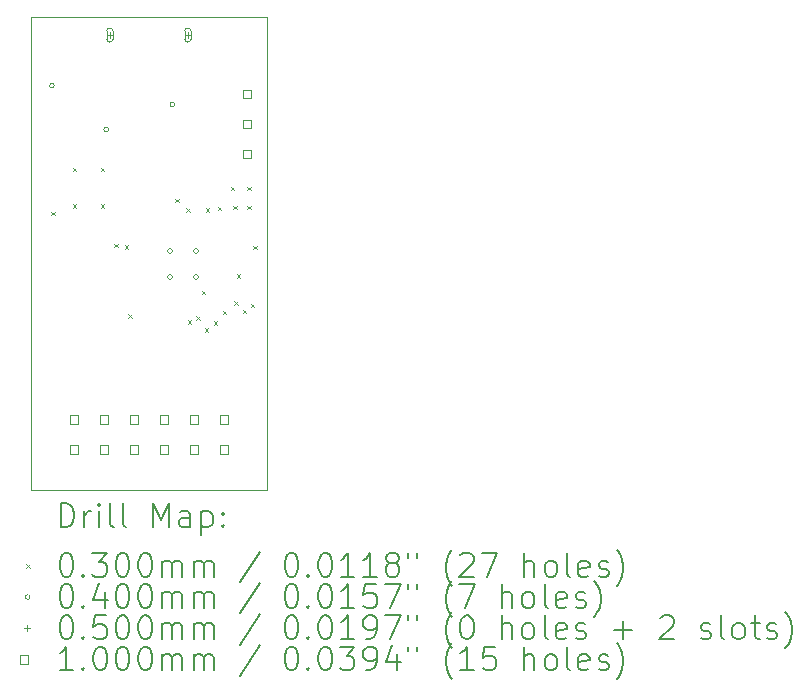
<source format=gbr>
%TF.GenerationSoftware,KiCad,Pcbnew,7.0.9-7.0.9~ubuntu22.04.1*%
%TF.CreationDate,2023-12-01T21:26:21+01:00*%
%TF.ProjectId,rp2040_pmod,72703230-3430-45f7-906d-6f642e6b6963,rev?*%
%TF.SameCoordinates,Original*%
%TF.FileFunction,Drillmap*%
%TF.FilePolarity,Positive*%
%FSLAX45Y45*%
G04 Gerber Fmt 4.5, Leading zero omitted, Abs format (unit mm)*
G04 Created by KiCad (PCBNEW 7.0.9-7.0.9~ubuntu22.04.1) date 2023-12-01 21:26:21*
%MOMM*%
%LPD*%
G01*
G04 APERTURE LIST*
%ADD10C,0.100000*%
%ADD11C,0.200000*%
G04 APERTURE END LIST*
D10*
X13000000Y-11000000D02*
X13000000Y-7000000D01*
X15000000Y-11000000D02*
X13000000Y-11000000D01*
X15000000Y-7000000D02*
X15000000Y-11000000D01*
X13000000Y-7000000D02*
X15000000Y-7000000D01*
D11*
D10*
X13175000Y-8645000D02*
X13205000Y-8675000D01*
X13205000Y-8645000D02*
X13175000Y-8675000D01*
X13355000Y-8275000D02*
X13385000Y-8305000D01*
X13385000Y-8275000D02*
X13355000Y-8305000D01*
X13355000Y-8585000D02*
X13385000Y-8615000D01*
X13385000Y-8585000D02*
X13355000Y-8615000D01*
X13595000Y-8275000D02*
X13625000Y-8305000D01*
X13625000Y-8275000D02*
X13595000Y-8305000D01*
X13595000Y-8585000D02*
X13625000Y-8615000D01*
X13625000Y-8585000D02*
X13595000Y-8615000D01*
X13707391Y-8917391D02*
X13737391Y-8947391D01*
X13737391Y-8917391D02*
X13707391Y-8947391D01*
X13796165Y-8929513D02*
X13826165Y-8959513D01*
X13826165Y-8929513D02*
X13796165Y-8959513D01*
X13825000Y-9515000D02*
X13855000Y-9545000D01*
X13855000Y-9515000D02*
X13825000Y-9545000D01*
X14224810Y-8535190D02*
X14254810Y-8565190D01*
X14254810Y-8535190D02*
X14224810Y-8565190D01*
X14318700Y-8615000D02*
X14348700Y-8645000D01*
X14348700Y-8615000D02*
X14318700Y-8645000D01*
X14330665Y-9565000D02*
X14360665Y-9595000D01*
X14360665Y-9565000D02*
X14330665Y-9595000D01*
X14403125Y-9531211D02*
X14433125Y-9561211D01*
X14433125Y-9531211D02*
X14403125Y-9561211D01*
X14447500Y-9315000D02*
X14477500Y-9345000D01*
X14477500Y-9315000D02*
X14447500Y-9345000D01*
X14473061Y-9630910D02*
X14503061Y-9660910D01*
X14503061Y-9630910D02*
X14473061Y-9660910D01*
X14483156Y-8614950D02*
X14513156Y-8644950D01*
X14513156Y-8614950D02*
X14483156Y-8644950D01*
X14551300Y-9575000D02*
X14581300Y-9605000D01*
X14581300Y-9575000D02*
X14551300Y-9605000D01*
X14585000Y-8605000D02*
X14615000Y-8635000D01*
X14615000Y-8605000D02*
X14585000Y-8635000D01*
X14625000Y-9485000D02*
X14655000Y-9515000D01*
X14655000Y-9485000D02*
X14625000Y-9515000D01*
X14695000Y-8435000D02*
X14725000Y-8465000D01*
X14725000Y-8435000D02*
X14695000Y-8465000D01*
X14715000Y-8595000D02*
X14745000Y-8625000D01*
X14745000Y-8595000D02*
X14715000Y-8625000D01*
X14725000Y-9405000D02*
X14755000Y-9435000D01*
X14755000Y-9405000D02*
X14725000Y-9435000D01*
X14745000Y-9175000D02*
X14775000Y-9205000D01*
X14775000Y-9175000D02*
X14745000Y-9205000D01*
X14795000Y-9475000D02*
X14825000Y-9505000D01*
X14825000Y-9475000D02*
X14795000Y-9505000D01*
X14835000Y-8435000D02*
X14865000Y-8465000D01*
X14865000Y-8435000D02*
X14835000Y-8465000D01*
X14835000Y-8595000D02*
X14865000Y-8625000D01*
X14865000Y-8595000D02*
X14835000Y-8625000D01*
X14865000Y-9425000D02*
X14895000Y-9455000D01*
X14895000Y-9425000D02*
X14865000Y-9455000D01*
X14885000Y-8935000D02*
X14915000Y-8965000D01*
X14915000Y-8935000D02*
X14885000Y-8965000D01*
X13200000Y-7580000D02*
G75*
G03*
X13200000Y-7580000I-20000J0D01*
G01*
X13660000Y-7950000D02*
G75*
G03*
X13660000Y-7950000I-20000J0D01*
G01*
X14200000Y-8980000D02*
G75*
G03*
X14200000Y-8980000I-20000J0D01*
G01*
X14200000Y-9200000D02*
G75*
G03*
X14200000Y-9200000I-20000J0D01*
G01*
X14220000Y-7740000D02*
G75*
G03*
X14220000Y-7740000I-20000J0D01*
G01*
X14420000Y-8980000D02*
G75*
G03*
X14420000Y-8980000I-20000J0D01*
G01*
X14420000Y-9200000D02*
G75*
G03*
X14420000Y-9200000I-20000J0D01*
G01*
X13670000Y-7125500D02*
X13670000Y-7175500D01*
X13645000Y-7150500D02*
X13695000Y-7150500D01*
X13645000Y-7115500D02*
X13645000Y-7185500D01*
X13645000Y-7185500D02*
G75*
G03*
X13695000Y-7185500I25000J0D01*
G01*
X13695000Y-7185500D02*
X13695000Y-7115500D01*
X13695000Y-7115500D02*
G75*
G03*
X13645000Y-7115500I-25000J0D01*
G01*
X14330000Y-7125500D02*
X14330000Y-7175500D01*
X14305000Y-7150500D02*
X14355000Y-7150500D01*
X14305000Y-7115500D02*
X14305000Y-7185500D01*
X14305000Y-7185500D02*
G75*
G03*
X14355000Y-7185500I25000J0D01*
G01*
X14355000Y-7185500D02*
X14355000Y-7115500D01*
X14355000Y-7115500D02*
G75*
G03*
X14305000Y-7115500I-25000J0D01*
G01*
X13400356Y-10441356D02*
X13400356Y-10370644D01*
X13329644Y-10370644D01*
X13329644Y-10441356D01*
X13400356Y-10441356D01*
X13400356Y-10695356D02*
X13400356Y-10624644D01*
X13329644Y-10624644D01*
X13329644Y-10695356D01*
X13400356Y-10695356D01*
X13654356Y-10441356D02*
X13654356Y-10370644D01*
X13583644Y-10370644D01*
X13583644Y-10441356D01*
X13654356Y-10441356D01*
X13654356Y-10695356D02*
X13654356Y-10624644D01*
X13583644Y-10624644D01*
X13583644Y-10695356D01*
X13654356Y-10695356D01*
X13908356Y-10441356D02*
X13908356Y-10370644D01*
X13837644Y-10370644D01*
X13837644Y-10441356D01*
X13908356Y-10441356D01*
X13908356Y-10695356D02*
X13908356Y-10624644D01*
X13837644Y-10624644D01*
X13837644Y-10695356D01*
X13908356Y-10695356D01*
X14162356Y-10441356D02*
X14162356Y-10370644D01*
X14091644Y-10370644D01*
X14091644Y-10441356D01*
X14162356Y-10441356D01*
X14162356Y-10695356D02*
X14162356Y-10624644D01*
X14091644Y-10624644D01*
X14091644Y-10695356D01*
X14162356Y-10695356D01*
X14416356Y-10441356D02*
X14416356Y-10370644D01*
X14345644Y-10370644D01*
X14345644Y-10441356D01*
X14416356Y-10441356D01*
X14416356Y-10695356D02*
X14416356Y-10624644D01*
X14345644Y-10624644D01*
X14345644Y-10695356D01*
X14416356Y-10695356D01*
X14670356Y-10441356D02*
X14670356Y-10370644D01*
X14599644Y-10370644D01*
X14599644Y-10441356D01*
X14670356Y-10441356D01*
X14670356Y-10695356D02*
X14670356Y-10624644D01*
X14599644Y-10624644D01*
X14599644Y-10695356D01*
X14670356Y-10695356D01*
X14865356Y-7687356D02*
X14865356Y-7616644D01*
X14794644Y-7616644D01*
X14794644Y-7687356D01*
X14865356Y-7687356D01*
X14865356Y-7941356D02*
X14865356Y-7870644D01*
X14794644Y-7870644D01*
X14794644Y-7941356D01*
X14865356Y-7941356D01*
X14865356Y-8195356D02*
X14865356Y-8124644D01*
X14794644Y-8124644D01*
X14794644Y-8195356D01*
X14865356Y-8195356D01*
D11*
X13255777Y-11316484D02*
X13255777Y-11116484D01*
X13255777Y-11116484D02*
X13303396Y-11116484D01*
X13303396Y-11116484D02*
X13331967Y-11126008D01*
X13331967Y-11126008D02*
X13351015Y-11145055D01*
X13351015Y-11145055D02*
X13360539Y-11164103D01*
X13360539Y-11164103D02*
X13370062Y-11202198D01*
X13370062Y-11202198D02*
X13370062Y-11230769D01*
X13370062Y-11230769D02*
X13360539Y-11268865D01*
X13360539Y-11268865D02*
X13351015Y-11287912D01*
X13351015Y-11287912D02*
X13331967Y-11306960D01*
X13331967Y-11306960D02*
X13303396Y-11316484D01*
X13303396Y-11316484D02*
X13255777Y-11316484D01*
X13455777Y-11316484D02*
X13455777Y-11183150D01*
X13455777Y-11221246D02*
X13465301Y-11202198D01*
X13465301Y-11202198D02*
X13474824Y-11192674D01*
X13474824Y-11192674D02*
X13493872Y-11183150D01*
X13493872Y-11183150D02*
X13512920Y-11183150D01*
X13579586Y-11316484D02*
X13579586Y-11183150D01*
X13579586Y-11116484D02*
X13570062Y-11126008D01*
X13570062Y-11126008D02*
X13579586Y-11135531D01*
X13579586Y-11135531D02*
X13589110Y-11126008D01*
X13589110Y-11126008D02*
X13579586Y-11116484D01*
X13579586Y-11116484D02*
X13579586Y-11135531D01*
X13703396Y-11316484D02*
X13684348Y-11306960D01*
X13684348Y-11306960D02*
X13674824Y-11287912D01*
X13674824Y-11287912D02*
X13674824Y-11116484D01*
X13808158Y-11316484D02*
X13789110Y-11306960D01*
X13789110Y-11306960D02*
X13779586Y-11287912D01*
X13779586Y-11287912D02*
X13779586Y-11116484D01*
X14036729Y-11316484D02*
X14036729Y-11116484D01*
X14036729Y-11116484D02*
X14103396Y-11259341D01*
X14103396Y-11259341D02*
X14170062Y-11116484D01*
X14170062Y-11116484D02*
X14170062Y-11316484D01*
X14351015Y-11316484D02*
X14351015Y-11211722D01*
X14351015Y-11211722D02*
X14341491Y-11192674D01*
X14341491Y-11192674D02*
X14322443Y-11183150D01*
X14322443Y-11183150D02*
X14284348Y-11183150D01*
X14284348Y-11183150D02*
X14265301Y-11192674D01*
X14351015Y-11306960D02*
X14331967Y-11316484D01*
X14331967Y-11316484D02*
X14284348Y-11316484D01*
X14284348Y-11316484D02*
X14265301Y-11306960D01*
X14265301Y-11306960D02*
X14255777Y-11287912D01*
X14255777Y-11287912D02*
X14255777Y-11268865D01*
X14255777Y-11268865D02*
X14265301Y-11249817D01*
X14265301Y-11249817D02*
X14284348Y-11240293D01*
X14284348Y-11240293D02*
X14331967Y-11240293D01*
X14331967Y-11240293D02*
X14351015Y-11230769D01*
X14446253Y-11183150D02*
X14446253Y-11383150D01*
X14446253Y-11192674D02*
X14465301Y-11183150D01*
X14465301Y-11183150D02*
X14503396Y-11183150D01*
X14503396Y-11183150D02*
X14522443Y-11192674D01*
X14522443Y-11192674D02*
X14531967Y-11202198D01*
X14531967Y-11202198D02*
X14541491Y-11221246D01*
X14541491Y-11221246D02*
X14541491Y-11278388D01*
X14541491Y-11278388D02*
X14531967Y-11297436D01*
X14531967Y-11297436D02*
X14522443Y-11306960D01*
X14522443Y-11306960D02*
X14503396Y-11316484D01*
X14503396Y-11316484D02*
X14465301Y-11316484D01*
X14465301Y-11316484D02*
X14446253Y-11306960D01*
X14627205Y-11297436D02*
X14636729Y-11306960D01*
X14636729Y-11306960D02*
X14627205Y-11316484D01*
X14627205Y-11316484D02*
X14617682Y-11306960D01*
X14617682Y-11306960D02*
X14627205Y-11297436D01*
X14627205Y-11297436D02*
X14627205Y-11316484D01*
X14627205Y-11192674D02*
X14636729Y-11202198D01*
X14636729Y-11202198D02*
X14627205Y-11211722D01*
X14627205Y-11211722D02*
X14617682Y-11202198D01*
X14617682Y-11202198D02*
X14627205Y-11192674D01*
X14627205Y-11192674D02*
X14627205Y-11211722D01*
D10*
X12965000Y-11630000D02*
X12995000Y-11660000D01*
X12995000Y-11630000D02*
X12965000Y-11660000D01*
D11*
X13293872Y-11536484D02*
X13312920Y-11536484D01*
X13312920Y-11536484D02*
X13331967Y-11546008D01*
X13331967Y-11546008D02*
X13341491Y-11555531D01*
X13341491Y-11555531D02*
X13351015Y-11574579D01*
X13351015Y-11574579D02*
X13360539Y-11612674D01*
X13360539Y-11612674D02*
X13360539Y-11660293D01*
X13360539Y-11660293D02*
X13351015Y-11698388D01*
X13351015Y-11698388D02*
X13341491Y-11717436D01*
X13341491Y-11717436D02*
X13331967Y-11726960D01*
X13331967Y-11726960D02*
X13312920Y-11736484D01*
X13312920Y-11736484D02*
X13293872Y-11736484D01*
X13293872Y-11736484D02*
X13274824Y-11726960D01*
X13274824Y-11726960D02*
X13265301Y-11717436D01*
X13265301Y-11717436D02*
X13255777Y-11698388D01*
X13255777Y-11698388D02*
X13246253Y-11660293D01*
X13246253Y-11660293D02*
X13246253Y-11612674D01*
X13246253Y-11612674D02*
X13255777Y-11574579D01*
X13255777Y-11574579D02*
X13265301Y-11555531D01*
X13265301Y-11555531D02*
X13274824Y-11546008D01*
X13274824Y-11546008D02*
X13293872Y-11536484D01*
X13446253Y-11717436D02*
X13455777Y-11726960D01*
X13455777Y-11726960D02*
X13446253Y-11736484D01*
X13446253Y-11736484D02*
X13436729Y-11726960D01*
X13436729Y-11726960D02*
X13446253Y-11717436D01*
X13446253Y-11717436D02*
X13446253Y-11736484D01*
X13522443Y-11536484D02*
X13646253Y-11536484D01*
X13646253Y-11536484D02*
X13579586Y-11612674D01*
X13579586Y-11612674D02*
X13608158Y-11612674D01*
X13608158Y-11612674D02*
X13627205Y-11622198D01*
X13627205Y-11622198D02*
X13636729Y-11631722D01*
X13636729Y-11631722D02*
X13646253Y-11650769D01*
X13646253Y-11650769D02*
X13646253Y-11698388D01*
X13646253Y-11698388D02*
X13636729Y-11717436D01*
X13636729Y-11717436D02*
X13627205Y-11726960D01*
X13627205Y-11726960D02*
X13608158Y-11736484D01*
X13608158Y-11736484D02*
X13551015Y-11736484D01*
X13551015Y-11736484D02*
X13531967Y-11726960D01*
X13531967Y-11726960D02*
X13522443Y-11717436D01*
X13770062Y-11536484D02*
X13789110Y-11536484D01*
X13789110Y-11536484D02*
X13808158Y-11546008D01*
X13808158Y-11546008D02*
X13817682Y-11555531D01*
X13817682Y-11555531D02*
X13827205Y-11574579D01*
X13827205Y-11574579D02*
X13836729Y-11612674D01*
X13836729Y-11612674D02*
X13836729Y-11660293D01*
X13836729Y-11660293D02*
X13827205Y-11698388D01*
X13827205Y-11698388D02*
X13817682Y-11717436D01*
X13817682Y-11717436D02*
X13808158Y-11726960D01*
X13808158Y-11726960D02*
X13789110Y-11736484D01*
X13789110Y-11736484D02*
X13770062Y-11736484D01*
X13770062Y-11736484D02*
X13751015Y-11726960D01*
X13751015Y-11726960D02*
X13741491Y-11717436D01*
X13741491Y-11717436D02*
X13731967Y-11698388D01*
X13731967Y-11698388D02*
X13722443Y-11660293D01*
X13722443Y-11660293D02*
X13722443Y-11612674D01*
X13722443Y-11612674D02*
X13731967Y-11574579D01*
X13731967Y-11574579D02*
X13741491Y-11555531D01*
X13741491Y-11555531D02*
X13751015Y-11546008D01*
X13751015Y-11546008D02*
X13770062Y-11536484D01*
X13960539Y-11536484D02*
X13979586Y-11536484D01*
X13979586Y-11536484D02*
X13998634Y-11546008D01*
X13998634Y-11546008D02*
X14008158Y-11555531D01*
X14008158Y-11555531D02*
X14017682Y-11574579D01*
X14017682Y-11574579D02*
X14027205Y-11612674D01*
X14027205Y-11612674D02*
X14027205Y-11660293D01*
X14027205Y-11660293D02*
X14017682Y-11698388D01*
X14017682Y-11698388D02*
X14008158Y-11717436D01*
X14008158Y-11717436D02*
X13998634Y-11726960D01*
X13998634Y-11726960D02*
X13979586Y-11736484D01*
X13979586Y-11736484D02*
X13960539Y-11736484D01*
X13960539Y-11736484D02*
X13941491Y-11726960D01*
X13941491Y-11726960D02*
X13931967Y-11717436D01*
X13931967Y-11717436D02*
X13922443Y-11698388D01*
X13922443Y-11698388D02*
X13912920Y-11660293D01*
X13912920Y-11660293D02*
X13912920Y-11612674D01*
X13912920Y-11612674D02*
X13922443Y-11574579D01*
X13922443Y-11574579D02*
X13931967Y-11555531D01*
X13931967Y-11555531D02*
X13941491Y-11546008D01*
X13941491Y-11546008D02*
X13960539Y-11536484D01*
X14112920Y-11736484D02*
X14112920Y-11603150D01*
X14112920Y-11622198D02*
X14122443Y-11612674D01*
X14122443Y-11612674D02*
X14141491Y-11603150D01*
X14141491Y-11603150D02*
X14170063Y-11603150D01*
X14170063Y-11603150D02*
X14189110Y-11612674D01*
X14189110Y-11612674D02*
X14198634Y-11631722D01*
X14198634Y-11631722D02*
X14198634Y-11736484D01*
X14198634Y-11631722D02*
X14208158Y-11612674D01*
X14208158Y-11612674D02*
X14227205Y-11603150D01*
X14227205Y-11603150D02*
X14255777Y-11603150D01*
X14255777Y-11603150D02*
X14274824Y-11612674D01*
X14274824Y-11612674D02*
X14284348Y-11631722D01*
X14284348Y-11631722D02*
X14284348Y-11736484D01*
X14379586Y-11736484D02*
X14379586Y-11603150D01*
X14379586Y-11622198D02*
X14389110Y-11612674D01*
X14389110Y-11612674D02*
X14408158Y-11603150D01*
X14408158Y-11603150D02*
X14436729Y-11603150D01*
X14436729Y-11603150D02*
X14455777Y-11612674D01*
X14455777Y-11612674D02*
X14465301Y-11631722D01*
X14465301Y-11631722D02*
X14465301Y-11736484D01*
X14465301Y-11631722D02*
X14474824Y-11612674D01*
X14474824Y-11612674D02*
X14493872Y-11603150D01*
X14493872Y-11603150D02*
X14522443Y-11603150D01*
X14522443Y-11603150D02*
X14541491Y-11612674D01*
X14541491Y-11612674D02*
X14551015Y-11631722D01*
X14551015Y-11631722D02*
X14551015Y-11736484D01*
X14941491Y-11526960D02*
X14770063Y-11784103D01*
X15198634Y-11536484D02*
X15217682Y-11536484D01*
X15217682Y-11536484D02*
X15236729Y-11546008D01*
X15236729Y-11546008D02*
X15246253Y-11555531D01*
X15246253Y-11555531D02*
X15255777Y-11574579D01*
X15255777Y-11574579D02*
X15265301Y-11612674D01*
X15265301Y-11612674D02*
X15265301Y-11660293D01*
X15265301Y-11660293D02*
X15255777Y-11698388D01*
X15255777Y-11698388D02*
X15246253Y-11717436D01*
X15246253Y-11717436D02*
X15236729Y-11726960D01*
X15236729Y-11726960D02*
X15217682Y-11736484D01*
X15217682Y-11736484D02*
X15198634Y-11736484D01*
X15198634Y-11736484D02*
X15179586Y-11726960D01*
X15179586Y-11726960D02*
X15170063Y-11717436D01*
X15170063Y-11717436D02*
X15160539Y-11698388D01*
X15160539Y-11698388D02*
X15151015Y-11660293D01*
X15151015Y-11660293D02*
X15151015Y-11612674D01*
X15151015Y-11612674D02*
X15160539Y-11574579D01*
X15160539Y-11574579D02*
X15170063Y-11555531D01*
X15170063Y-11555531D02*
X15179586Y-11546008D01*
X15179586Y-11546008D02*
X15198634Y-11536484D01*
X15351015Y-11717436D02*
X15360539Y-11726960D01*
X15360539Y-11726960D02*
X15351015Y-11736484D01*
X15351015Y-11736484D02*
X15341491Y-11726960D01*
X15341491Y-11726960D02*
X15351015Y-11717436D01*
X15351015Y-11717436D02*
X15351015Y-11736484D01*
X15484348Y-11536484D02*
X15503396Y-11536484D01*
X15503396Y-11536484D02*
X15522444Y-11546008D01*
X15522444Y-11546008D02*
X15531967Y-11555531D01*
X15531967Y-11555531D02*
X15541491Y-11574579D01*
X15541491Y-11574579D02*
X15551015Y-11612674D01*
X15551015Y-11612674D02*
X15551015Y-11660293D01*
X15551015Y-11660293D02*
X15541491Y-11698388D01*
X15541491Y-11698388D02*
X15531967Y-11717436D01*
X15531967Y-11717436D02*
X15522444Y-11726960D01*
X15522444Y-11726960D02*
X15503396Y-11736484D01*
X15503396Y-11736484D02*
X15484348Y-11736484D01*
X15484348Y-11736484D02*
X15465301Y-11726960D01*
X15465301Y-11726960D02*
X15455777Y-11717436D01*
X15455777Y-11717436D02*
X15446253Y-11698388D01*
X15446253Y-11698388D02*
X15436729Y-11660293D01*
X15436729Y-11660293D02*
X15436729Y-11612674D01*
X15436729Y-11612674D02*
X15446253Y-11574579D01*
X15446253Y-11574579D02*
X15455777Y-11555531D01*
X15455777Y-11555531D02*
X15465301Y-11546008D01*
X15465301Y-11546008D02*
X15484348Y-11536484D01*
X15741491Y-11736484D02*
X15627206Y-11736484D01*
X15684348Y-11736484D02*
X15684348Y-11536484D01*
X15684348Y-11536484D02*
X15665301Y-11565055D01*
X15665301Y-11565055D02*
X15646253Y-11584103D01*
X15646253Y-11584103D02*
X15627206Y-11593627D01*
X15931967Y-11736484D02*
X15817682Y-11736484D01*
X15874825Y-11736484D02*
X15874825Y-11536484D01*
X15874825Y-11536484D02*
X15855777Y-11565055D01*
X15855777Y-11565055D02*
X15836729Y-11584103D01*
X15836729Y-11584103D02*
X15817682Y-11593627D01*
X16046253Y-11622198D02*
X16027206Y-11612674D01*
X16027206Y-11612674D02*
X16017682Y-11603150D01*
X16017682Y-11603150D02*
X16008158Y-11584103D01*
X16008158Y-11584103D02*
X16008158Y-11574579D01*
X16008158Y-11574579D02*
X16017682Y-11555531D01*
X16017682Y-11555531D02*
X16027206Y-11546008D01*
X16027206Y-11546008D02*
X16046253Y-11536484D01*
X16046253Y-11536484D02*
X16084348Y-11536484D01*
X16084348Y-11536484D02*
X16103396Y-11546008D01*
X16103396Y-11546008D02*
X16112920Y-11555531D01*
X16112920Y-11555531D02*
X16122444Y-11574579D01*
X16122444Y-11574579D02*
X16122444Y-11584103D01*
X16122444Y-11584103D02*
X16112920Y-11603150D01*
X16112920Y-11603150D02*
X16103396Y-11612674D01*
X16103396Y-11612674D02*
X16084348Y-11622198D01*
X16084348Y-11622198D02*
X16046253Y-11622198D01*
X16046253Y-11622198D02*
X16027206Y-11631722D01*
X16027206Y-11631722D02*
X16017682Y-11641246D01*
X16017682Y-11641246D02*
X16008158Y-11660293D01*
X16008158Y-11660293D02*
X16008158Y-11698388D01*
X16008158Y-11698388D02*
X16017682Y-11717436D01*
X16017682Y-11717436D02*
X16027206Y-11726960D01*
X16027206Y-11726960D02*
X16046253Y-11736484D01*
X16046253Y-11736484D02*
X16084348Y-11736484D01*
X16084348Y-11736484D02*
X16103396Y-11726960D01*
X16103396Y-11726960D02*
X16112920Y-11717436D01*
X16112920Y-11717436D02*
X16122444Y-11698388D01*
X16122444Y-11698388D02*
X16122444Y-11660293D01*
X16122444Y-11660293D02*
X16112920Y-11641246D01*
X16112920Y-11641246D02*
X16103396Y-11631722D01*
X16103396Y-11631722D02*
X16084348Y-11622198D01*
X16198634Y-11536484D02*
X16198634Y-11574579D01*
X16274825Y-11536484D02*
X16274825Y-11574579D01*
X16570063Y-11812674D02*
X16560539Y-11803150D01*
X16560539Y-11803150D02*
X16541491Y-11774579D01*
X16541491Y-11774579D02*
X16531968Y-11755531D01*
X16531968Y-11755531D02*
X16522444Y-11726960D01*
X16522444Y-11726960D02*
X16512920Y-11679341D01*
X16512920Y-11679341D02*
X16512920Y-11641246D01*
X16512920Y-11641246D02*
X16522444Y-11593627D01*
X16522444Y-11593627D02*
X16531968Y-11565055D01*
X16531968Y-11565055D02*
X16541491Y-11546008D01*
X16541491Y-11546008D02*
X16560539Y-11517436D01*
X16560539Y-11517436D02*
X16570063Y-11507912D01*
X16636729Y-11555531D02*
X16646253Y-11546008D01*
X16646253Y-11546008D02*
X16665301Y-11536484D01*
X16665301Y-11536484D02*
X16712920Y-11536484D01*
X16712920Y-11536484D02*
X16731968Y-11546008D01*
X16731968Y-11546008D02*
X16741491Y-11555531D01*
X16741491Y-11555531D02*
X16751015Y-11574579D01*
X16751015Y-11574579D02*
X16751015Y-11593627D01*
X16751015Y-11593627D02*
X16741491Y-11622198D01*
X16741491Y-11622198D02*
X16627206Y-11736484D01*
X16627206Y-11736484D02*
X16751015Y-11736484D01*
X16817682Y-11536484D02*
X16951015Y-11536484D01*
X16951015Y-11536484D02*
X16865301Y-11736484D01*
X17179587Y-11736484D02*
X17179587Y-11536484D01*
X17265301Y-11736484D02*
X17265301Y-11631722D01*
X17265301Y-11631722D02*
X17255777Y-11612674D01*
X17255777Y-11612674D02*
X17236730Y-11603150D01*
X17236730Y-11603150D02*
X17208158Y-11603150D01*
X17208158Y-11603150D02*
X17189111Y-11612674D01*
X17189111Y-11612674D02*
X17179587Y-11622198D01*
X17389111Y-11736484D02*
X17370063Y-11726960D01*
X17370063Y-11726960D02*
X17360539Y-11717436D01*
X17360539Y-11717436D02*
X17351015Y-11698388D01*
X17351015Y-11698388D02*
X17351015Y-11641246D01*
X17351015Y-11641246D02*
X17360539Y-11622198D01*
X17360539Y-11622198D02*
X17370063Y-11612674D01*
X17370063Y-11612674D02*
X17389111Y-11603150D01*
X17389111Y-11603150D02*
X17417682Y-11603150D01*
X17417682Y-11603150D02*
X17436730Y-11612674D01*
X17436730Y-11612674D02*
X17446253Y-11622198D01*
X17446253Y-11622198D02*
X17455777Y-11641246D01*
X17455777Y-11641246D02*
X17455777Y-11698388D01*
X17455777Y-11698388D02*
X17446253Y-11717436D01*
X17446253Y-11717436D02*
X17436730Y-11726960D01*
X17436730Y-11726960D02*
X17417682Y-11736484D01*
X17417682Y-11736484D02*
X17389111Y-11736484D01*
X17570063Y-11736484D02*
X17551015Y-11726960D01*
X17551015Y-11726960D02*
X17541492Y-11707912D01*
X17541492Y-11707912D02*
X17541492Y-11536484D01*
X17722444Y-11726960D02*
X17703396Y-11736484D01*
X17703396Y-11736484D02*
X17665301Y-11736484D01*
X17665301Y-11736484D02*
X17646253Y-11726960D01*
X17646253Y-11726960D02*
X17636730Y-11707912D01*
X17636730Y-11707912D02*
X17636730Y-11631722D01*
X17636730Y-11631722D02*
X17646253Y-11612674D01*
X17646253Y-11612674D02*
X17665301Y-11603150D01*
X17665301Y-11603150D02*
X17703396Y-11603150D01*
X17703396Y-11603150D02*
X17722444Y-11612674D01*
X17722444Y-11612674D02*
X17731968Y-11631722D01*
X17731968Y-11631722D02*
X17731968Y-11650769D01*
X17731968Y-11650769D02*
X17636730Y-11669817D01*
X17808158Y-11726960D02*
X17827206Y-11736484D01*
X17827206Y-11736484D02*
X17865301Y-11736484D01*
X17865301Y-11736484D02*
X17884349Y-11726960D01*
X17884349Y-11726960D02*
X17893873Y-11707912D01*
X17893873Y-11707912D02*
X17893873Y-11698388D01*
X17893873Y-11698388D02*
X17884349Y-11679341D01*
X17884349Y-11679341D02*
X17865301Y-11669817D01*
X17865301Y-11669817D02*
X17836730Y-11669817D01*
X17836730Y-11669817D02*
X17817682Y-11660293D01*
X17817682Y-11660293D02*
X17808158Y-11641246D01*
X17808158Y-11641246D02*
X17808158Y-11631722D01*
X17808158Y-11631722D02*
X17817682Y-11612674D01*
X17817682Y-11612674D02*
X17836730Y-11603150D01*
X17836730Y-11603150D02*
X17865301Y-11603150D01*
X17865301Y-11603150D02*
X17884349Y-11612674D01*
X17960539Y-11812674D02*
X17970063Y-11803150D01*
X17970063Y-11803150D02*
X17989111Y-11774579D01*
X17989111Y-11774579D02*
X17998634Y-11755531D01*
X17998634Y-11755531D02*
X18008158Y-11726960D01*
X18008158Y-11726960D02*
X18017682Y-11679341D01*
X18017682Y-11679341D02*
X18017682Y-11641246D01*
X18017682Y-11641246D02*
X18008158Y-11593627D01*
X18008158Y-11593627D02*
X17998634Y-11565055D01*
X17998634Y-11565055D02*
X17989111Y-11546008D01*
X17989111Y-11546008D02*
X17970063Y-11517436D01*
X17970063Y-11517436D02*
X17960539Y-11507912D01*
D10*
X12995000Y-11909000D02*
G75*
G03*
X12995000Y-11909000I-20000J0D01*
G01*
D11*
X13293872Y-11800484D02*
X13312920Y-11800484D01*
X13312920Y-11800484D02*
X13331967Y-11810008D01*
X13331967Y-11810008D02*
X13341491Y-11819531D01*
X13341491Y-11819531D02*
X13351015Y-11838579D01*
X13351015Y-11838579D02*
X13360539Y-11876674D01*
X13360539Y-11876674D02*
X13360539Y-11924293D01*
X13360539Y-11924293D02*
X13351015Y-11962388D01*
X13351015Y-11962388D02*
X13341491Y-11981436D01*
X13341491Y-11981436D02*
X13331967Y-11990960D01*
X13331967Y-11990960D02*
X13312920Y-12000484D01*
X13312920Y-12000484D02*
X13293872Y-12000484D01*
X13293872Y-12000484D02*
X13274824Y-11990960D01*
X13274824Y-11990960D02*
X13265301Y-11981436D01*
X13265301Y-11981436D02*
X13255777Y-11962388D01*
X13255777Y-11962388D02*
X13246253Y-11924293D01*
X13246253Y-11924293D02*
X13246253Y-11876674D01*
X13246253Y-11876674D02*
X13255777Y-11838579D01*
X13255777Y-11838579D02*
X13265301Y-11819531D01*
X13265301Y-11819531D02*
X13274824Y-11810008D01*
X13274824Y-11810008D02*
X13293872Y-11800484D01*
X13446253Y-11981436D02*
X13455777Y-11990960D01*
X13455777Y-11990960D02*
X13446253Y-12000484D01*
X13446253Y-12000484D02*
X13436729Y-11990960D01*
X13436729Y-11990960D02*
X13446253Y-11981436D01*
X13446253Y-11981436D02*
X13446253Y-12000484D01*
X13627205Y-11867150D02*
X13627205Y-12000484D01*
X13579586Y-11790960D02*
X13531967Y-11933817D01*
X13531967Y-11933817D02*
X13655777Y-11933817D01*
X13770062Y-11800484D02*
X13789110Y-11800484D01*
X13789110Y-11800484D02*
X13808158Y-11810008D01*
X13808158Y-11810008D02*
X13817682Y-11819531D01*
X13817682Y-11819531D02*
X13827205Y-11838579D01*
X13827205Y-11838579D02*
X13836729Y-11876674D01*
X13836729Y-11876674D02*
X13836729Y-11924293D01*
X13836729Y-11924293D02*
X13827205Y-11962388D01*
X13827205Y-11962388D02*
X13817682Y-11981436D01*
X13817682Y-11981436D02*
X13808158Y-11990960D01*
X13808158Y-11990960D02*
X13789110Y-12000484D01*
X13789110Y-12000484D02*
X13770062Y-12000484D01*
X13770062Y-12000484D02*
X13751015Y-11990960D01*
X13751015Y-11990960D02*
X13741491Y-11981436D01*
X13741491Y-11981436D02*
X13731967Y-11962388D01*
X13731967Y-11962388D02*
X13722443Y-11924293D01*
X13722443Y-11924293D02*
X13722443Y-11876674D01*
X13722443Y-11876674D02*
X13731967Y-11838579D01*
X13731967Y-11838579D02*
X13741491Y-11819531D01*
X13741491Y-11819531D02*
X13751015Y-11810008D01*
X13751015Y-11810008D02*
X13770062Y-11800484D01*
X13960539Y-11800484D02*
X13979586Y-11800484D01*
X13979586Y-11800484D02*
X13998634Y-11810008D01*
X13998634Y-11810008D02*
X14008158Y-11819531D01*
X14008158Y-11819531D02*
X14017682Y-11838579D01*
X14017682Y-11838579D02*
X14027205Y-11876674D01*
X14027205Y-11876674D02*
X14027205Y-11924293D01*
X14027205Y-11924293D02*
X14017682Y-11962388D01*
X14017682Y-11962388D02*
X14008158Y-11981436D01*
X14008158Y-11981436D02*
X13998634Y-11990960D01*
X13998634Y-11990960D02*
X13979586Y-12000484D01*
X13979586Y-12000484D02*
X13960539Y-12000484D01*
X13960539Y-12000484D02*
X13941491Y-11990960D01*
X13941491Y-11990960D02*
X13931967Y-11981436D01*
X13931967Y-11981436D02*
X13922443Y-11962388D01*
X13922443Y-11962388D02*
X13912920Y-11924293D01*
X13912920Y-11924293D02*
X13912920Y-11876674D01*
X13912920Y-11876674D02*
X13922443Y-11838579D01*
X13922443Y-11838579D02*
X13931967Y-11819531D01*
X13931967Y-11819531D02*
X13941491Y-11810008D01*
X13941491Y-11810008D02*
X13960539Y-11800484D01*
X14112920Y-12000484D02*
X14112920Y-11867150D01*
X14112920Y-11886198D02*
X14122443Y-11876674D01*
X14122443Y-11876674D02*
X14141491Y-11867150D01*
X14141491Y-11867150D02*
X14170063Y-11867150D01*
X14170063Y-11867150D02*
X14189110Y-11876674D01*
X14189110Y-11876674D02*
X14198634Y-11895722D01*
X14198634Y-11895722D02*
X14198634Y-12000484D01*
X14198634Y-11895722D02*
X14208158Y-11876674D01*
X14208158Y-11876674D02*
X14227205Y-11867150D01*
X14227205Y-11867150D02*
X14255777Y-11867150D01*
X14255777Y-11867150D02*
X14274824Y-11876674D01*
X14274824Y-11876674D02*
X14284348Y-11895722D01*
X14284348Y-11895722D02*
X14284348Y-12000484D01*
X14379586Y-12000484D02*
X14379586Y-11867150D01*
X14379586Y-11886198D02*
X14389110Y-11876674D01*
X14389110Y-11876674D02*
X14408158Y-11867150D01*
X14408158Y-11867150D02*
X14436729Y-11867150D01*
X14436729Y-11867150D02*
X14455777Y-11876674D01*
X14455777Y-11876674D02*
X14465301Y-11895722D01*
X14465301Y-11895722D02*
X14465301Y-12000484D01*
X14465301Y-11895722D02*
X14474824Y-11876674D01*
X14474824Y-11876674D02*
X14493872Y-11867150D01*
X14493872Y-11867150D02*
X14522443Y-11867150D01*
X14522443Y-11867150D02*
X14541491Y-11876674D01*
X14541491Y-11876674D02*
X14551015Y-11895722D01*
X14551015Y-11895722D02*
X14551015Y-12000484D01*
X14941491Y-11790960D02*
X14770063Y-12048103D01*
X15198634Y-11800484D02*
X15217682Y-11800484D01*
X15217682Y-11800484D02*
X15236729Y-11810008D01*
X15236729Y-11810008D02*
X15246253Y-11819531D01*
X15246253Y-11819531D02*
X15255777Y-11838579D01*
X15255777Y-11838579D02*
X15265301Y-11876674D01*
X15265301Y-11876674D02*
X15265301Y-11924293D01*
X15265301Y-11924293D02*
X15255777Y-11962388D01*
X15255777Y-11962388D02*
X15246253Y-11981436D01*
X15246253Y-11981436D02*
X15236729Y-11990960D01*
X15236729Y-11990960D02*
X15217682Y-12000484D01*
X15217682Y-12000484D02*
X15198634Y-12000484D01*
X15198634Y-12000484D02*
X15179586Y-11990960D01*
X15179586Y-11990960D02*
X15170063Y-11981436D01*
X15170063Y-11981436D02*
X15160539Y-11962388D01*
X15160539Y-11962388D02*
X15151015Y-11924293D01*
X15151015Y-11924293D02*
X15151015Y-11876674D01*
X15151015Y-11876674D02*
X15160539Y-11838579D01*
X15160539Y-11838579D02*
X15170063Y-11819531D01*
X15170063Y-11819531D02*
X15179586Y-11810008D01*
X15179586Y-11810008D02*
X15198634Y-11800484D01*
X15351015Y-11981436D02*
X15360539Y-11990960D01*
X15360539Y-11990960D02*
X15351015Y-12000484D01*
X15351015Y-12000484D02*
X15341491Y-11990960D01*
X15341491Y-11990960D02*
X15351015Y-11981436D01*
X15351015Y-11981436D02*
X15351015Y-12000484D01*
X15484348Y-11800484D02*
X15503396Y-11800484D01*
X15503396Y-11800484D02*
X15522444Y-11810008D01*
X15522444Y-11810008D02*
X15531967Y-11819531D01*
X15531967Y-11819531D02*
X15541491Y-11838579D01*
X15541491Y-11838579D02*
X15551015Y-11876674D01*
X15551015Y-11876674D02*
X15551015Y-11924293D01*
X15551015Y-11924293D02*
X15541491Y-11962388D01*
X15541491Y-11962388D02*
X15531967Y-11981436D01*
X15531967Y-11981436D02*
X15522444Y-11990960D01*
X15522444Y-11990960D02*
X15503396Y-12000484D01*
X15503396Y-12000484D02*
X15484348Y-12000484D01*
X15484348Y-12000484D02*
X15465301Y-11990960D01*
X15465301Y-11990960D02*
X15455777Y-11981436D01*
X15455777Y-11981436D02*
X15446253Y-11962388D01*
X15446253Y-11962388D02*
X15436729Y-11924293D01*
X15436729Y-11924293D02*
X15436729Y-11876674D01*
X15436729Y-11876674D02*
X15446253Y-11838579D01*
X15446253Y-11838579D02*
X15455777Y-11819531D01*
X15455777Y-11819531D02*
X15465301Y-11810008D01*
X15465301Y-11810008D02*
X15484348Y-11800484D01*
X15741491Y-12000484D02*
X15627206Y-12000484D01*
X15684348Y-12000484D02*
X15684348Y-11800484D01*
X15684348Y-11800484D02*
X15665301Y-11829055D01*
X15665301Y-11829055D02*
X15646253Y-11848103D01*
X15646253Y-11848103D02*
X15627206Y-11857627D01*
X15922444Y-11800484D02*
X15827206Y-11800484D01*
X15827206Y-11800484D02*
X15817682Y-11895722D01*
X15817682Y-11895722D02*
X15827206Y-11886198D01*
X15827206Y-11886198D02*
X15846253Y-11876674D01*
X15846253Y-11876674D02*
X15893872Y-11876674D01*
X15893872Y-11876674D02*
X15912920Y-11886198D01*
X15912920Y-11886198D02*
X15922444Y-11895722D01*
X15922444Y-11895722D02*
X15931967Y-11914769D01*
X15931967Y-11914769D02*
X15931967Y-11962388D01*
X15931967Y-11962388D02*
X15922444Y-11981436D01*
X15922444Y-11981436D02*
X15912920Y-11990960D01*
X15912920Y-11990960D02*
X15893872Y-12000484D01*
X15893872Y-12000484D02*
X15846253Y-12000484D01*
X15846253Y-12000484D02*
X15827206Y-11990960D01*
X15827206Y-11990960D02*
X15817682Y-11981436D01*
X15998634Y-11800484D02*
X16131967Y-11800484D01*
X16131967Y-11800484D02*
X16046253Y-12000484D01*
X16198634Y-11800484D02*
X16198634Y-11838579D01*
X16274825Y-11800484D02*
X16274825Y-11838579D01*
X16570063Y-12076674D02*
X16560539Y-12067150D01*
X16560539Y-12067150D02*
X16541491Y-12038579D01*
X16541491Y-12038579D02*
X16531968Y-12019531D01*
X16531968Y-12019531D02*
X16522444Y-11990960D01*
X16522444Y-11990960D02*
X16512920Y-11943341D01*
X16512920Y-11943341D02*
X16512920Y-11905246D01*
X16512920Y-11905246D02*
X16522444Y-11857627D01*
X16522444Y-11857627D02*
X16531968Y-11829055D01*
X16531968Y-11829055D02*
X16541491Y-11810008D01*
X16541491Y-11810008D02*
X16560539Y-11781436D01*
X16560539Y-11781436D02*
X16570063Y-11771912D01*
X16627206Y-11800484D02*
X16760539Y-11800484D01*
X16760539Y-11800484D02*
X16674825Y-12000484D01*
X16989111Y-12000484D02*
X16989111Y-11800484D01*
X17074825Y-12000484D02*
X17074825Y-11895722D01*
X17074825Y-11895722D02*
X17065301Y-11876674D01*
X17065301Y-11876674D02*
X17046253Y-11867150D01*
X17046253Y-11867150D02*
X17017682Y-11867150D01*
X17017682Y-11867150D02*
X16998634Y-11876674D01*
X16998634Y-11876674D02*
X16989111Y-11886198D01*
X17198634Y-12000484D02*
X17179587Y-11990960D01*
X17179587Y-11990960D02*
X17170063Y-11981436D01*
X17170063Y-11981436D02*
X17160539Y-11962388D01*
X17160539Y-11962388D02*
X17160539Y-11905246D01*
X17160539Y-11905246D02*
X17170063Y-11886198D01*
X17170063Y-11886198D02*
X17179587Y-11876674D01*
X17179587Y-11876674D02*
X17198634Y-11867150D01*
X17198634Y-11867150D02*
X17227206Y-11867150D01*
X17227206Y-11867150D02*
X17246253Y-11876674D01*
X17246253Y-11876674D02*
X17255777Y-11886198D01*
X17255777Y-11886198D02*
X17265301Y-11905246D01*
X17265301Y-11905246D02*
X17265301Y-11962388D01*
X17265301Y-11962388D02*
X17255777Y-11981436D01*
X17255777Y-11981436D02*
X17246253Y-11990960D01*
X17246253Y-11990960D02*
X17227206Y-12000484D01*
X17227206Y-12000484D02*
X17198634Y-12000484D01*
X17379587Y-12000484D02*
X17360539Y-11990960D01*
X17360539Y-11990960D02*
X17351015Y-11971912D01*
X17351015Y-11971912D02*
X17351015Y-11800484D01*
X17531968Y-11990960D02*
X17512920Y-12000484D01*
X17512920Y-12000484D02*
X17474825Y-12000484D01*
X17474825Y-12000484D02*
X17455777Y-11990960D01*
X17455777Y-11990960D02*
X17446253Y-11971912D01*
X17446253Y-11971912D02*
X17446253Y-11895722D01*
X17446253Y-11895722D02*
X17455777Y-11876674D01*
X17455777Y-11876674D02*
X17474825Y-11867150D01*
X17474825Y-11867150D02*
X17512920Y-11867150D01*
X17512920Y-11867150D02*
X17531968Y-11876674D01*
X17531968Y-11876674D02*
X17541492Y-11895722D01*
X17541492Y-11895722D02*
X17541492Y-11914769D01*
X17541492Y-11914769D02*
X17446253Y-11933817D01*
X17617682Y-11990960D02*
X17636730Y-12000484D01*
X17636730Y-12000484D02*
X17674825Y-12000484D01*
X17674825Y-12000484D02*
X17693873Y-11990960D01*
X17693873Y-11990960D02*
X17703396Y-11971912D01*
X17703396Y-11971912D02*
X17703396Y-11962388D01*
X17703396Y-11962388D02*
X17693873Y-11943341D01*
X17693873Y-11943341D02*
X17674825Y-11933817D01*
X17674825Y-11933817D02*
X17646253Y-11933817D01*
X17646253Y-11933817D02*
X17627206Y-11924293D01*
X17627206Y-11924293D02*
X17617682Y-11905246D01*
X17617682Y-11905246D02*
X17617682Y-11895722D01*
X17617682Y-11895722D02*
X17627206Y-11876674D01*
X17627206Y-11876674D02*
X17646253Y-11867150D01*
X17646253Y-11867150D02*
X17674825Y-11867150D01*
X17674825Y-11867150D02*
X17693873Y-11876674D01*
X17770063Y-12076674D02*
X17779587Y-12067150D01*
X17779587Y-12067150D02*
X17798634Y-12038579D01*
X17798634Y-12038579D02*
X17808158Y-12019531D01*
X17808158Y-12019531D02*
X17817682Y-11990960D01*
X17817682Y-11990960D02*
X17827206Y-11943341D01*
X17827206Y-11943341D02*
X17827206Y-11905246D01*
X17827206Y-11905246D02*
X17817682Y-11857627D01*
X17817682Y-11857627D02*
X17808158Y-11829055D01*
X17808158Y-11829055D02*
X17798634Y-11810008D01*
X17798634Y-11810008D02*
X17779587Y-11781436D01*
X17779587Y-11781436D02*
X17770063Y-11771912D01*
D10*
X12970000Y-12148000D02*
X12970000Y-12198000D01*
X12945000Y-12173000D02*
X12995000Y-12173000D01*
D11*
X13293872Y-12064484D02*
X13312920Y-12064484D01*
X13312920Y-12064484D02*
X13331967Y-12074008D01*
X13331967Y-12074008D02*
X13341491Y-12083531D01*
X13341491Y-12083531D02*
X13351015Y-12102579D01*
X13351015Y-12102579D02*
X13360539Y-12140674D01*
X13360539Y-12140674D02*
X13360539Y-12188293D01*
X13360539Y-12188293D02*
X13351015Y-12226388D01*
X13351015Y-12226388D02*
X13341491Y-12245436D01*
X13341491Y-12245436D02*
X13331967Y-12254960D01*
X13331967Y-12254960D02*
X13312920Y-12264484D01*
X13312920Y-12264484D02*
X13293872Y-12264484D01*
X13293872Y-12264484D02*
X13274824Y-12254960D01*
X13274824Y-12254960D02*
X13265301Y-12245436D01*
X13265301Y-12245436D02*
X13255777Y-12226388D01*
X13255777Y-12226388D02*
X13246253Y-12188293D01*
X13246253Y-12188293D02*
X13246253Y-12140674D01*
X13246253Y-12140674D02*
X13255777Y-12102579D01*
X13255777Y-12102579D02*
X13265301Y-12083531D01*
X13265301Y-12083531D02*
X13274824Y-12074008D01*
X13274824Y-12074008D02*
X13293872Y-12064484D01*
X13446253Y-12245436D02*
X13455777Y-12254960D01*
X13455777Y-12254960D02*
X13446253Y-12264484D01*
X13446253Y-12264484D02*
X13436729Y-12254960D01*
X13436729Y-12254960D02*
X13446253Y-12245436D01*
X13446253Y-12245436D02*
X13446253Y-12264484D01*
X13636729Y-12064484D02*
X13541491Y-12064484D01*
X13541491Y-12064484D02*
X13531967Y-12159722D01*
X13531967Y-12159722D02*
X13541491Y-12150198D01*
X13541491Y-12150198D02*
X13560539Y-12140674D01*
X13560539Y-12140674D02*
X13608158Y-12140674D01*
X13608158Y-12140674D02*
X13627205Y-12150198D01*
X13627205Y-12150198D02*
X13636729Y-12159722D01*
X13636729Y-12159722D02*
X13646253Y-12178769D01*
X13646253Y-12178769D02*
X13646253Y-12226388D01*
X13646253Y-12226388D02*
X13636729Y-12245436D01*
X13636729Y-12245436D02*
X13627205Y-12254960D01*
X13627205Y-12254960D02*
X13608158Y-12264484D01*
X13608158Y-12264484D02*
X13560539Y-12264484D01*
X13560539Y-12264484D02*
X13541491Y-12254960D01*
X13541491Y-12254960D02*
X13531967Y-12245436D01*
X13770062Y-12064484D02*
X13789110Y-12064484D01*
X13789110Y-12064484D02*
X13808158Y-12074008D01*
X13808158Y-12074008D02*
X13817682Y-12083531D01*
X13817682Y-12083531D02*
X13827205Y-12102579D01*
X13827205Y-12102579D02*
X13836729Y-12140674D01*
X13836729Y-12140674D02*
X13836729Y-12188293D01*
X13836729Y-12188293D02*
X13827205Y-12226388D01*
X13827205Y-12226388D02*
X13817682Y-12245436D01*
X13817682Y-12245436D02*
X13808158Y-12254960D01*
X13808158Y-12254960D02*
X13789110Y-12264484D01*
X13789110Y-12264484D02*
X13770062Y-12264484D01*
X13770062Y-12264484D02*
X13751015Y-12254960D01*
X13751015Y-12254960D02*
X13741491Y-12245436D01*
X13741491Y-12245436D02*
X13731967Y-12226388D01*
X13731967Y-12226388D02*
X13722443Y-12188293D01*
X13722443Y-12188293D02*
X13722443Y-12140674D01*
X13722443Y-12140674D02*
X13731967Y-12102579D01*
X13731967Y-12102579D02*
X13741491Y-12083531D01*
X13741491Y-12083531D02*
X13751015Y-12074008D01*
X13751015Y-12074008D02*
X13770062Y-12064484D01*
X13960539Y-12064484D02*
X13979586Y-12064484D01*
X13979586Y-12064484D02*
X13998634Y-12074008D01*
X13998634Y-12074008D02*
X14008158Y-12083531D01*
X14008158Y-12083531D02*
X14017682Y-12102579D01*
X14017682Y-12102579D02*
X14027205Y-12140674D01*
X14027205Y-12140674D02*
X14027205Y-12188293D01*
X14027205Y-12188293D02*
X14017682Y-12226388D01*
X14017682Y-12226388D02*
X14008158Y-12245436D01*
X14008158Y-12245436D02*
X13998634Y-12254960D01*
X13998634Y-12254960D02*
X13979586Y-12264484D01*
X13979586Y-12264484D02*
X13960539Y-12264484D01*
X13960539Y-12264484D02*
X13941491Y-12254960D01*
X13941491Y-12254960D02*
X13931967Y-12245436D01*
X13931967Y-12245436D02*
X13922443Y-12226388D01*
X13922443Y-12226388D02*
X13912920Y-12188293D01*
X13912920Y-12188293D02*
X13912920Y-12140674D01*
X13912920Y-12140674D02*
X13922443Y-12102579D01*
X13922443Y-12102579D02*
X13931967Y-12083531D01*
X13931967Y-12083531D02*
X13941491Y-12074008D01*
X13941491Y-12074008D02*
X13960539Y-12064484D01*
X14112920Y-12264484D02*
X14112920Y-12131150D01*
X14112920Y-12150198D02*
X14122443Y-12140674D01*
X14122443Y-12140674D02*
X14141491Y-12131150D01*
X14141491Y-12131150D02*
X14170063Y-12131150D01*
X14170063Y-12131150D02*
X14189110Y-12140674D01*
X14189110Y-12140674D02*
X14198634Y-12159722D01*
X14198634Y-12159722D02*
X14198634Y-12264484D01*
X14198634Y-12159722D02*
X14208158Y-12140674D01*
X14208158Y-12140674D02*
X14227205Y-12131150D01*
X14227205Y-12131150D02*
X14255777Y-12131150D01*
X14255777Y-12131150D02*
X14274824Y-12140674D01*
X14274824Y-12140674D02*
X14284348Y-12159722D01*
X14284348Y-12159722D02*
X14284348Y-12264484D01*
X14379586Y-12264484D02*
X14379586Y-12131150D01*
X14379586Y-12150198D02*
X14389110Y-12140674D01*
X14389110Y-12140674D02*
X14408158Y-12131150D01*
X14408158Y-12131150D02*
X14436729Y-12131150D01*
X14436729Y-12131150D02*
X14455777Y-12140674D01*
X14455777Y-12140674D02*
X14465301Y-12159722D01*
X14465301Y-12159722D02*
X14465301Y-12264484D01*
X14465301Y-12159722D02*
X14474824Y-12140674D01*
X14474824Y-12140674D02*
X14493872Y-12131150D01*
X14493872Y-12131150D02*
X14522443Y-12131150D01*
X14522443Y-12131150D02*
X14541491Y-12140674D01*
X14541491Y-12140674D02*
X14551015Y-12159722D01*
X14551015Y-12159722D02*
X14551015Y-12264484D01*
X14941491Y-12054960D02*
X14770063Y-12312103D01*
X15198634Y-12064484D02*
X15217682Y-12064484D01*
X15217682Y-12064484D02*
X15236729Y-12074008D01*
X15236729Y-12074008D02*
X15246253Y-12083531D01*
X15246253Y-12083531D02*
X15255777Y-12102579D01*
X15255777Y-12102579D02*
X15265301Y-12140674D01*
X15265301Y-12140674D02*
X15265301Y-12188293D01*
X15265301Y-12188293D02*
X15255777Y-12226388D01*
X15255777Y-12226388D02*
X15246253Y-12245436D01*
X15246253Y-12245436D02*
X15236729Y-12254960D01*
X15236729Y-12254960D02*
X15217682Y-12264484D01*
X15217682Y-12264484D02*
X15198634Y-12264484D01*
X15198634Y-12264484D02*
X15179586Y-12254960D01*
X15179586Y-12254960D02*
X15170063Y-12245436D01*
X15170063Y-12245436D02*
X15160539Y-12226388D01*
X15160539Y-12226388D02*
X15151015Y-12188293D01*
X15151015Y-12188293D02*
X15151015Y-12140674D01*
X15151015Y-12140674D02*
X15160539Y-12102579D01*
X15160539Y-12102579D02*
X15170063Y-12083531D01*
X15170063Y-12083531D02*
X15179586Y-12074008D01*
X15179586Y-12074008D02*
X15198634Y-12064484D01*
X15351015Y-12245436D02*
X15360539Y-12254960D01*
X15360539Y-12254960D02*
X15351015Y-12264484D01*
X15351015Y-12264484D02*
X15341491Y-12254960D01*
X15341491Y-12254960D02*
X15351015Y-12245436D01*
X15351015Y-12245436D02*
X15351015Y-12264484D01*
X15484348Y-12064484D02*
X15503396Y-12064484D01*
X15503396Y-12064484D02*
X15522444Y-12074008D01*
X15522444Y-12074008D02*
X15531967Y-12083531D01*
X15531967Y-12083531D02*
X15541491Y-12102579D01*
X15541491Y-12102579D02*
X15551015Y-12140674D01*
X15551015Y-12140674D02*
X15551015Y-12188293D01*
X15551015Y-12188293D02*
X15541491Y-12226388D01*
X15541491Y-12226388D02*
X15531967Y-12245436D01*
X15531967Y-12245436D02*
X15522444Y-12254960D01*
X15522444Y-12254960D02*
X15503396Y-12264484D01*
X15503396Y-12264484D02*
X15484348Y-12264484D01*
X15484348Y-12264484D02*
X15465301Y-12254960D01*
X15465301Y-12254960D02*
X15455777Y-12245436D01*
X15455777Y-12245436D02*
X15446253Y-12226388D01*
X15446253Y-12226388D02*
X15436729Y-12188293D01*
X15436729Y-12188293D02*
X15436729Y-12140674D01*
X15436729Y-12140674D02*
X15446253Y-12102579D01*
X15446253Y-12102579D02*
X15455777Y-12083531D01*
X15455777Y-12083531D02*
X15465301Y-12074008D01*
X15465301Y-12074008D02*
X15484348Y-12064484D01*
X15741491Y-12264484D02*
X15627206Y-12264484D01*
X15684348Y-12264484D02*
X15684348Y-12064484D01*
X15684348Y-12064484D02*
X15665301Y-12093055D01*
X15665301Y-12093055D02*
X15646253Y-12112103D01*
X15646253Y-12112103D02*
X15627206Y-12121627D01*
X15836729Y-12264484D02*
X15874825Y-12264484D01*
X15874825Y-12264484D02*
X15893872Y-12254960D01*
X15893872Y-12254960D02*
X15903396Y-12245436D01*
X15903396Y-12245436D02*
X15922444Y-12216865D01*
X15922444Y-12216865D02*
X15931967Y-12178769D01*
X15931967Y-12178769D02*
X15931967Y-12102579D01*
X15931967Y-12102579D02*
X15922444Y-12083531D01*
X15922444Y-12083531D02*
X15912920Y-12074008D01*
X15912920Y-12074008D02*
X15893872Y-12064484D01*
X15893872Y-12064484D02*
X15855777Y-12064484D01*
X15855777Y-12064484D02*
X15836729Y-12074008D01*
X15836729Y-12074008D02*
X15827206Y-12083531D01*
X15827206Y-12083531D02*
X15817682Y-12102579D01*
X15817682Y-12102579D02*
X15817682Y-12150198D01*
X15817682Y-12150198D02*
X15827206Y-12169246D01*
X15827206Y-12169246D02*
X15836729Y-12178769D01*
X15836729Y-12178769D02*
X15855777Y-12188293D01*
X15855777Y-12188293D02*
X15893872Y-12188293D01*
X15893872Y-12188293D02*
X15912920Y-12178769D01*
X15912920Y-12178769D02*
X15922444Y-12169246D01*
X15922444Y-12169246D02*
X15931967Y-12150198D01*
X15998634Y-12064484D02*
X16131967Y-12064484D01*
X16131967Y-12064484D02*
X16046253Y-12264484D01*
X16198634Y-12064484D02*
X16198634Y-12102579D01*
X16274825Y-12064484D02*
X16274825Y-12102579D01*
X16570063Y-12340674D02*
X16560539Y-12331150D01*
X16560539Y-12331150D02*
X16541491Y-12302579D01*
X16541491Y-12302579D02*
X16531968Y-12283531D01*
X16531968Y-12283531D02*
X16522444Y-12254960D01*
X16522444Y-12254960D02*
X16512920Y-12207341D01*
X16512920Y-12207341D02*
X16512920Y-12169246D01*
X16512920Y-12169246D02*
X16522444Y-12121627D01*
X16522444Y-12121627D02*
X16531968Y-12093055D01*
X16531968Y-12093055D02*
X16541491Y-12074008D01*
X16541491Y-12074008D02*
X16560539Y-12045436D01*
X16560539Y-12045436D02*
X16570063Y-12035912D01*
X16684348Y-12064484D02*
X16703396Y-12064484D01*
X16703396Y-12064484D02*
X16722444Y-12074008D01*
X16722444Y-12074008D02*
X16731968Y-12083531D01*
X16731968Y-12083531D02*
X16741491Y-12102579D01*
X16741491Y-12102579D02*
X16751015Y-12140674D01*
X16751015Y-12140674D02*
X16751015Y-12188293D01*
X16751015Y-12188293D02*
X16741491Y-12226388D01*
X16741491Y-12226388D02*
X16731968Y-12245436D01*
X16731968Y-12245436D02*
X16722444Y-12254960D01*
X16722444Y-12254960D02*
X16703396Y-12264484D01*
X16703396Y-12264484D02*
X16684348Y-12264484D01*
X16684348Y-12264484D02*
X16665301Y-12254960D01*
X16665301Y-12254960D02*
X16655777Y-12245436D01*
X16655777Y-12245436D02*
X16646253Y-12226388D01*
X16646253Y-12226388D02*
X16636729Y-12188293D01*
X16636729Y-12188293D02*
X16636729Y-12140674D01*
X16636729Y-12140674D02*
X16646253Y-12102579D01*
X16646253Y-12102579D02*
X16655777Y-12083531D01*
X16655777Y-12083531D02*
X16665301Y-12074008D01*
X16665301Y-12074008D02*
X16684348Y-12064484D01*
X16989111Y-12264484D02*
X16989111Y-12064484D01*
X17074825Y-12264484D02*
X17074825Y-12159722D01*
X17074825Y-12159722D02*
X17065301Y-12140674D01*
X17065301Y-12140674D02*
X17046253Y-12131150D01*
X17046253Y-12131150D02*
X17017682Y-12131150D01*
X17017682Y-12131150D02*
X16998634Y-12140674D01*
X16998634Y-12140674D02*
X16989111Y-12150198D01*
X17198634Y-12264484D02*
X17179587Y-12254960D01*
X17179587Y-12254960D02*
X17170063Y-12245436D01*
X17170063Y-12245436D02*
X17160539Y-12226388D01*
X17160539Y-12226388D02*
X17160539Y-12169246D01*
X17160539Y-12169246D02*
X17170063Y-12150198D01*
X17170063Y-12150198D02*
X17179587Y-12140674D01*
X17179587Y-12140674D02*
X17198634Y-12131150D01*
X17198634Y-12131150D02*
X17227206Y-12131150D01*
X17227206Y-12131150D02*
X17246253Y-12140674D01*
X17246253Y-12140674D02*
X17255777Y-12150198D01*
X17255777Y-12150198D02*
X17265301Y-12169246D01*
X17265301Y-12169246D02*
X17265301Y-12226388D01*
X17265301Y-12226388D02*
X17255777Y-12245436D01*
X17255777Y-12245436D02*
X17246253Y-12254960D01*
X17246253Y-12254960D02*
X17227206Y-12264484D01*
X17227206Y-12264484D02*
X17198634Y-12264484D01*
X17379587Y-12264484D02*
X17360539Y-12254960D01*
X17360539Y-12254960D02*
X17351015Y-12235912D01*
X17351015Y-12235912D02*
X17351015Y-12064484D01*
X17531968Y-12254960D02*
X17512920Y-12264484D01*
X17512920Y-12264484D02*
X17474825Y-12264484D01*
X17474825Y-12264484D02*
X17455777Y-12254960D01*
X17455777Y-12254960D02*
X17446253Y-12235912D01*
X17446253Y-12235912D02*
X17446253Y-12159722D01*
X17446253Y-12159722D02*
X17455777Y-12140674D01*
X17455777Y-12140674D02*
X17474825Y-12131150D01*
X17474825Y-12131150D02*
X17512920Y-12131150D01*
X17512920Y-12131150D02*
X17531968Y-12140674D01*
X17531968Y-12140674D02*
X17541492Y-12159722D01*
X17541492Y-12159722D02*
X17541492Y-12178769D01*
X17541492Y-12178769D02*
X17446253Y-12197817D01*
X17617682Y-12254960D02*
X17636730Y-12264484D01*
X17636730Y-12264484D02*
X17674825Y-12264484D01*
X17674825Y-12264484D02*
X17693873Y-12254960D01*
X17693873Y-12254960D02*
X17703396Y-12235912D01*
X17703396Y-12235912D02*
X17703396Y-12226388D01*
X17703396Y-12226388D02*
X17693873Y-12207341D01*
X17693873Y-12207341D02*
X17674825Y-12197817D01*
X17674825Y-12197817D02*
X17646253Y-12197817D01*
X17646253Y-12197817D02*
X17627206Y-12188293D01*
X17627206Y-12188293D02*
X17617682Y-12169246D01*
X17617682Y-12169246D02*
X17617682Y-12159722D01*
X17617682Y-12159722D02*
X17627206Y-12140674D01*
X17627206Y-12140674D02*
X17646253Y-12131150D01*
X17646253Y-12131150D02*
X17674825Y-12131150D01*
X17674825Y-12131150D02*
X17693873Y-12140674D01*
X17941492Y-12188293D02*
X18093873Y-12188293D01*
X18017682Y-12264484D02*
X18017682Y-12112103D01*
X18331968Y-12083531D02*
X18341492Y-12074008D01*
X18341492Y-12074008D02*
X18360539Y-12064484D01*
X18360539Y-12064484D02*
X18408158Y-12064484D01*
X18408158Y-12064484D02*
X18427206Y-12074008D01*
X18427206Y-12074008D02*
X18436730Y-12083531D01*
X18436730Y-12083531D02*
X18446254Y-12102579D01*
X18446254Y-12102579D02*
X18446254Y-12121627D01*
X18446254Y-12121627D02*
X18436730Y-12150198D01*
X18436730Y-12150198D02*
X18322444Y-12264484D01*
X18322444Y-12264484D02*
X18446254Y-12264484D01*
X18674825Y-12254960D02*
X18693873Y-12264484D01*
X18693873Y-12264484D02*
X18731968Y-12264484D01*
X18731968Y-12264484D02*
X18751016Y-12254960D01*
X18751016Y-12254960D02*
X18760539Y-12235912D01*
X18760539Y-12235912D02*
X18760539Y-12226388D01*
X18760539Y-12226388D02*
X18751016Y-12207341D01*
X18751016Y-12207341D02*
X18731968Y-12197817D01*
X18731968Y-12197817D02*
X18703396Y-12197817D01*
X18703396Y-12197817D02*
X18684349Y-12188293D01*
X18684349Y-12188293D02*
X18674825Y-12169246D01*
X18674825Y-12169246D02*
X18674825Y-12159722D01*
X18674825Y-12159722D02*
X18684349Y-12140674D01*
X18684349Y-12140674D02*
X18703396Y-12131150D01*
X18703396Y-12131150D02*
X18731968Y-12131150D01*
X18731968Y-12131150D02*
X18751016Y-12140674D01*
X18874825Y-12264484D02*
X18855777Y-12254960D01*
X18855777Y-12254960D02*
X18846254Y-12235912D01*
X18846254Y-12235912D02*
X18846254Y-12064484D01*
X18979587Y-12264484D02*
X18960539Y-12254960D01*
X18960539Y-12254960D02*
X18951016Y-12245436D01*
X18951016Y-12245436D02*
X18941492Y-12226388D01*
X18941492Y-12226388D02*
X18941492Y-12169246D01*
X18941492Y-12169246D02*
X18951016Y-12150198D01*
X18951016Y-12150198D02*
X18960539Y-12140674D01*
X18960539Y-12140674D02*
X18979587Y-12131150D01*
X18979587Y-12131150D02*
X19008158Y-12131150D01*
X19008158Y-12131150D02*
X19027206Y-12140674D01*
X19027206Y-12140674D02*
X19036730Y-12150198D01*
X19036730Y-12150198D02*
X19046254Y-12169246D01*
X19046254Y-12169246D02*
X19046254Y-12226388D01*
X19046254Y-12226388D02*
X19036730Y-12245436D01*
X19036730Y-12245436D02*
X19027206Y-12254960D01*
X19027206Y-12254960D02*
X19008158Y-12264484D01*
X19008158Y-12264484D02*
X18979587Y-12264484D01*
X19103397Y-12131150D02*
X19179587Y-12131150D01*
X19131968Y-12064484D02*
X19131968Y-12235912D01*
X19131968Y-12235912D02*
X19141492Y-12254960D01*
X19141492Y-12254960D02*
X19160539Y-12264484D01*
X19160539Y-12264484D02*
X19179587Y-12264484D01*
X19236730Y-12254960D02*
X19255777Y-12264484D01*
X19255777Y-12264484D02*
X19293873Y-12264484D01*
X19293873Y-12264484D02*
X19312920Y-12254960D01*
X19312920Y-12254960D02*
X19322444Y-12235912D01*
X19322444Y-12235912D02*
X19322444Y-12226388D01*
X19322444Y-12226388D02*
X19312920Y-12207341D01*
X19312920Y-12207341D02*
X19293873Y-12197817D01*
X19293873Y-12197817D02*
X19265301Y-12197817D01*
X19265301Y-12197817D02*
X19246254Y-12188293D01*
X19246254Y-12188293D02*
X19236730Y-12169246D01*
X19236730Y-12169246D02*
X19236730Y-12159722D01*
X19236730Y-12159722D02*
X19246254Y-12140674D01*
X19246254Y-12140674D02*
X19265301Y-12131150D01*
X19265301Y-12131150D02*
X19293873Y-12131150D01*
X19293873Y-12131150D02*
X19312920Y-12140674D01*
X19389111Y-12340674D02*
X19398635Y-12331150D01*
X19398635Y-12331150D02*
X19417682Y-12302579D01*
X19417682Y-12302579D02*
X19427206Y-12283531D01*
X19427206Y-12283531D02*
X19436730Y-12254960D01*
X19436730Y-12254960D02*
X19446254Y-12207341D01*
X19446254Y-12207341D02*
X19446254Y-12169246D01*
X19446254Y-12169246D02*
X19436730Y-12121627D01*
X19436730Y-12121627D02*
X19427206Y-12093055D01*
X19427206Y-12093055D02*
X19417682Y-12074008D01*
X19417682Y-12074008D02*
X19398635Y-12045436D01*
X19398635Y-12045436D02*
X19389111Y-12035912D01*
D10*
X12980356Y-12472356D02*
X12980356Y-12401644D01*
X12909644Y-12401644D01*
X12909644Y-12472356D01*
X12980356Y-12472356D01*
D11*
X13360539Y-12528484D02*
X13246253Y-12528484D01*
X13303396Y-12528484D02*
X13303396Y-12328484D01*
X13303396Y-12328484D02*
X13284348Y-12357055D01*
X13284348Y-12357055D02*
X13265301Y-12376103D01*
X13265301Y-12376103D02*
X13246253Y-12385627D01*
X13446253Y-12509436D02*
X13455777Y-12518960D01*
X13455777Y-12518960D02*
X13446253Y-12528484D01*
X13446253Y-12528484D02*
X13436729Y-12518960D01*
X13436729Y-12518960D02*
X13446253Y-12509436D01*
X13446253Y-12509436D02*
X13446253Y-12528484D01*
X13579586Y-12328484D02*
X13598634Y-12328484D01*
X13598634Y-12328484D02*
X13617682Y-12338008D01*
X13617682Y-12338008D02*
X13627205Y-12347531D01*
X13627205Y-12347531D02*
X13636729Y-12366579D01*
X13636729Y-12366579D02*
X13646253Y-12404674D01*
X13646253Y-12404674D02*
X13646253Y-12452293D01*
X13646253Y-12452293D02*
X13636729Y-12490388D01*
X13636729Y-12490388D02*
X13627205Y-12509436D01*
X13627205Y-12509436D02*
X13617682Y-12518960D01*
X13617682Y-12518960D02*
X13598634Y-12528484D01*
X13598634Y-12528484D02*
X13579586Y-12528484D01*
X13579586Y-12528484D02*
X13560539Y-12518960D01*
X13560539Y-12518960D02*
X13551015Y-12509436D01*
X13551015Y-12509436D02*
X13541491Y-12490388D01*
X13541491Y-12490388D02*
X13531967Y-12452293D01*
X13531967Y-12452293D02*
X13531967Y-12404674D01*
X13531967Y-12404674D02*
X13541491Y-12366579D01*
X13541491Y-12366579D02*
X13551015Y-12347531D01*
X13551015Y-12347531D02*
X13560539Y-12338008D01*
X13560539Y-12338008D02*
X13579586Y-12328484D01*
X13770062Y-12328484D02*
X13789110Y-12328484D01*
X13789110Y-12328484D02*
X13808158Y-12338008D01*
X13808158Y-12338008D02*
X13817682Y-12347531D01*
X13817682Y-12347531D02*
X13827205Y-12366579D01*
X13827205Y-12366579D02*
X13836729Y-12404674D01*
X13836729Y-12404674D02*
X13836729Y-12452293D01*
X13836729Y-12452293D02*
X13827205Y-12490388D01*
X13827205Y-12490388D02*
X13817682Y-12509436D01*
X13817682Y-12509436D02*
X13808158Y-12518960D01*
X13808158Y-12518960D02*
X13789110Y-12528484D01*
X13789110Y-12528484D02*
X13770062Y-12528484D01*
X13770062Y-12528484D02*
X13751015Y-12518960D01*
X13751015Y-12518960D02*
X13741491Y-12509436D01*
X13741491Y-12509436D02*
X13731967Y-12490388D01*
X13731967Y-12490388D02*
X13722443Y-12452293D01*
X13722443Y-12452293D02*
X13722443Y-12404674D01*
X13722443Y-12404674D02*
X13731967Y-12366579D01*
X13731967Y-12366579D02*
X13741491Y-12347531D01*
X13741491Y-12347531D02*
X13751015Y-12338008D01*
X13751015Y-12338008D02*
X13770062Y-12328484D01*
X13960539Y-12328484D02*
X13979586Y-12328484D01*
X13979586Y-12328484D02*
X13998634Y-12338008D01*
X13998634Y-12338008D02*
X14008158Y-12347531D01*
X14008158Y-12347531D02*
X14017682Y-12366579D01*
X14017682Y-12366579D02*
X14027205Y-12404674D01*
X14027205Y-12404674D02*
X14027205Y-12452293D01*
X14027205Y-12452293D02*
X14017682Y-12490388D01*
X14017682Y-12490388D02*
X14008158Y-12509436D01*
X14008158Y-12509436D02*
X13998634Y-12518960D01*
X13998634Y-12518960D02*
X13979586Y-12528484D01*
X13979586Y-12528484D02*
X13960539Y-12528484D01*
X13960539Y-12528484D02*
X13941491Y-12518960D01*
X13941491Y-12518960D02*
X13931967Y-12509436D01*
X13931967Y-12509436D02*
X13922443Y-12490388D01*
X13922443Y-12490388D02*
X13912920Y-12452293D01*
X13912920Y-12452293D02*
X13912920Y-12404674D01*
X13912920Y-12404674D02*
X13922443Y-12366579D01*
X13922443Y-12366579D02*
X13931967Y-12347531D01*
X13931967Y-12347531D02*
X13941491Y-12338008D01*
X13941491Y-12338008D02*
X13960539Y-12328484D01*
X14112920Y-12528484D02*
X14112920Y-12395150D01*
X14112920Y-12414198D02*
X14122443Y-12404674D01*
X14122443Y-12404674D02*
X14141491Y-12395150D01*
X14141491Y-12395150D02*
X14170063Y-12395150D01*
X14170063Y-12395150D02*
X14189110Y-12404674D01*
X14189110Y-12404674D02*
X14198634Y-12423722D01*
X14198634Y-12423722D02*
X14198634Y-12528484D01*
X14198634Y-12423722D02*
X14208158Y-12404674D01*
X14208158Y-12404674D02*
X14227205Y-12395150D01*
X14227205Y-12395150D02*
X14255777Y-12395150D01*
X14255777Y-12395150D02*
X14274824Y-12404674D01*
X14274824Y-12404674D02*
X14284348Y-12423722D01*
X14284348Y-12423722D02*
X14284348Y-12528484D01*
X14379586Y-12528484D02*
X14379586Y-12395150D01*
X14379586Y-12414198D02*
X14389110Y-12404674D01*
X14389110Y-12404674D02*
X14408158Y-12395150D01*
X14408158Y-12395150D02*
X14436729Y-12395150D01*
X14436729Y-12395150D02*
X14455777Y-12404674D01*
X14455777Y-12404674D02*
X14465301Y-12423722D01*
X14465301Y-12423722D02*
X14465301Y-12528484D01*
X14465301Y-12423722D02*
X14474824Y-12404674D01*
X14474824Y-12404674D02*
X14493872Y-12395150D01*
X14493872Y-12395150D02*
X14522443Y-12395150D01*
X14522443Y-12395150D02*
X14541491Y-12404674D01*
X14541491Y-12404674D02*
X14551015Y-12423722D01*
X14551015Y-12423722D02*
X14551015Y-12528484D01*
X14941491Y-12318960D02*
X14770063Y-12576103D01*
X15198634Y-12328484D02*
X15217682Y-12328484D01*
X15217682Y-12328484D02*
X15236729Y-12338008D01*
X15236729Y-12338008D02*
X15246253Y-12347531D01*
X15246253Y-12347531D02*
X15255777Y-12366579D01*
X15255777Y-12366579D02*
X15265301Y-12404674D01*
X15265301Y-12404674D02*
X15265301Y-12452293D01*
X15265301Y-12452293D02*
X15255777Y-12490388D01*
X15255777Y-12490388D02*
X15246253Y-12509436D01*
X15246253Y-12509436D02*
X15236729Y-12518960D01*
X15236729Y-12518960D02*
X15217682Y-12528484D01*
X15217682Y-12528484D02*
X15198634Y-12528484D01*
X15198634Y-12528484D02*
X15179586Y-12518960D01*
X15179586Y-12518960D02*
X15170063Y-12509436D01*
X15170063Y-12509436D02*
X15160539Y-12490388D01*
X15160539Y-12490388D02*
X15151015Y-12452293D01*
X15151015Y-12452293D02*
X15151015Y-12404674D01*
X15151015Y-12404674D02*
X15160539Y-12366579D01*
X15160539Y-12366579D02*
X15170063Y-12347531D01*
X15170063Y-12347531D02*
X15179586Y-12338008D01*
X15179586Y-12338008D02*
X15198634Y-12328484D01*
X15351015Y-12509436D02*
X15360539Y-12518960D01*
X15360539Y-12518960D02*
X15351015Y-12528484D01*
X15351015Y-12528484D02*
X15341491Y-12518960D01*
X15341491Y-12518960D02*
X15351015Y-12509436D01*
X15351015Y-12509436D02*
X15351015Y-12528484D01*
X15484348Y-12328484D02*
X15503396Y-12328484D01*
X15503396Y-12328484D02*
X15522444Y-12338008D01*
X15522444Y-12338008D02*
X15531967Y-12347531D01*
X15531967Y-12347531D02*
X15541491Y-12366579D01*
X15541491Y-12366579D02*
X15551015Y-12404674D01*
X15551015Y-12404674D02*
X15551015Y-12452293D01*
X15551015Y-12452293D02*
X15541491Y-12490388D01*
X15541491Y-12490388D02*
X15531967Y-12509436D01*
X15531967Y-12509436D02*
X15522444Y-12518960D01*
X15522444Y-12518960D02*
X15503396Y-12528484D01*
X15503396Y-12528484D02*
X15484348Y-12528484D01*
X15484348Y-12528484D02*
X15465301Y-12518960D01*
X15465301Y-12518960D02*
X15455777Y-12509436D01*
X15455777Y-12509436D02*
X15446253Y-12490388D01*
X15446253Y-12490388D02*
X15436729Y-12452293D01*
X15436729Y-12452293D02*
X15436729Y-12404674D01*
X15436729Y-12404674D02*
X15446253Y-12366579D01*
X15446253Y-12366579D02*
X15455777Y-12347531D01*
X15455777Y-12347531D02*
X15465301Y-12338008D01*
X15465301Y-12338008D02*
X15484348Y-12328484D01*
X15617682Y-12328484D02*
X15741491Y-12328484D01*
X15741491Y-12328484D02*
X15674825Y-12404674D01*
X15674825Y-12404674D02*
X15703396Y-12404674D01*
X15703396Y-12404674D02*
X15722444Y-12414198D01*
X15722444Y-12414198D02*
X15731967Y-12423722D01*
X15731967Y-12423722D02*
X15741491Y-12442769D01*
X15741491Y-12442769D02*
X15741491Y-12490388D01*
X15741491Y-12490388D02*
X15731967Y-12509436D01*
X15731967Y-12509436D02*
X15722444Y-12518960D01*
X15722444Y-12518960D02*
X15703396Y-12528484D01*
X15703396Y-12528484D02*
X15646253Y-12528484D01*
X15646253Y-12528484D02*
X15627206Y-12518960D01*
X15627206Y-12518960D02*
X15617682Y-12509436D01*
X15836729Y-12528484D02*
X15874825Y-12528484D01*
X15874825Y-12528484D02*
X15893872Y-12518960D01*
X15893872Y-12518960D02*
X15903396Y-12509436D01*
X15903396Y-12509436D02*
X15922444Y-12480865D01*
X15922444Y-12480865D02*
X15931967Y-12442769D01*
X15931967Y-12442769D02*
X15931967Y-12366579D01*
X15931967Y-12366579D02*
X15922444Y-12347531D01*
X15922444Y-12347531D02*
X15912920Y-12338008D01*
X15912920Y-12338008D02*
X15893872Y-12328484D01*
X15893872Y-12328484D02*
X15855777Y-12328484D01*
X15855777Y-12328484D02*
X15836729Y-12338008D01*
X15836729Y-12338008D02*
X15827206Y-12347531D01*
X15827206Y-12347531D02*
X15817682Y-12366579D01*
X15817682Y-12366579D02*
X15817682Y-12414198D01*
X15817682Y-12414198D02*
X15827206Y-12433246D01*
X15827206Y-12433246D02*
X15836729Y-12442769D01*
X15836729Y-12442769D02*
X15855777Y-12452293D01*
X15855777Y-12452293D02*
X15893872Y-12452293D01*
X15893872Y-12452293D02*
X15912920Y-12442769D01*
X15912920Y-12442769D02*
X15922444Y-12433246D01*
X15922444Y-12433246D02*
X15931967Y-12414198D01*
X16103396Y-12395150D02*
X16103396Y-12528484D01*
X16055777Y-12318960D02*
X16008158Y-12461817D01*
X16008158Y-12461817D02*
X16131967Y-12461817D01*
X16198634Y-12328484D02*
X16198634Y-12366579D01*
X16274825Y-12328484D02*
X16274825Y-12366579D01*
X16570063Y-12604674D02*
X16560539Y-12595150D01*
X16560539Y-12595150D02*
X16541491Y-12566579D01*
X16541491Y-12566579D02*
X16531968Y-12547531D01*
X16531968Y-12547531D02*
X16522444Y-12518960D01*
X16522444Y-12518960D02*
X16512920Y-12471341D01*
X16512920Y-12471341D02*
X16512920Y-12433246D01*
X16512920Y-12433246D02*
X16522444Y-12385627D01*
X16522444Y-12385627D02*
X16531968Y-12357055D01*
X16531968Y-12357055D02*
X16541491Y-12338008D01*
X16541491Y-12338008D02*
X16560539Y-12309436D01*
X16560539Y-12309436D02*
X16570063Y-12299912D01*
X16751015Y-12528484D02*
X16636729Y-12528484D01*
X16693872Y-12528484D02*
X16693872Y-12328484D01*
X16693872Y-12328484D02*
X16674825Y-12357055D01*
X16674825Y-12357055D02*
X16655777Y-12376103D01*
X16655777Y-12376103D02*
X16636729Y-12385627D01*
X16931968Y-12328484D02*
X16836730Y-12328484D01*
X16836730Y-12328484D02*
X16827206Y-12423722D01*
X16827206Y-12423722D02*
X16836730Y-12414198D01*
X16836730Y-12414198D02*
X16855777Y-12404674D01*
X16855777Y-12404674D02*
X16903396Y-12404674D01*
X16903396Y-12404674D02*
X16922444Y-12414198D01*
X16922444Y-12414198D02*
X16931968Y-12423722D01*
X16931968Y-12423722D02*
X16941491Y-12442769D01*
X16941491Y-12442769D02*
X16941491Y-12490388D01*
X16941491Y-12490388D02*
X16931968Y-12509436D01*
X16931968Y-12509436D02*
X16922444Y-12518960D01*
X16922444Y-12518960D02*
X16903396Y-12528484D01*
X16903396Y-12528484D02*
X16855777Y-12528484D01*
X16855777Y-12528484D02*
X16836730Y-12518960D01*
X16836730Y-12518960D02*
X16827206Y-12509436D01*
X17179587Y-12528484D02*
X17179587Y-12328484D01*
X17265301Y-12528484D02*
X17265301Y-12423722D01*
X17265301Y-12423722D02*
X17255777Y-12404674D01*
X17255777Y-12404674D02*
X17236730Y-12395150D01*
X17236730Y-12395150D02*
X17208158Y-12395150D01*
X17208158Y-12395150D02*
X17189111Y-12404674D01*
X17189111Y-12404674D02*
X17179587Y-12414198D01*
X17389111Y-12528484D02*
X17370063Y-12518960D01*
X17370063Y-12518960D02*
X17360539Y-12509436D01*
X17360539Y-12509436D02*
X17351015Y-12490388D01*
X17351015Y-12490388D02*
X17351015Y-12433246D01*
X17351015Y-12433246D02*
X17360539Y-12414198D01*
X17360539Y-12414198D02*
X17370063Y-12404674D01*
X17370063Y-12404674D02*
X17389111Y-12395150D01*
X17389111Y-12395150D02*
X17417682Y-12395150D01*
X17417682Y-12395150D02*
X17436730Y-12404674D01*
X17436730Y-12404674D02*
X17446253Y-12414198D01*
X17446253Y-12414198D02*
X17455777Y-12433246D01*
X17455777Y-12433246D02*
X17455777Y-12490388D01*
X17455777Y-12490388D02*
X17446253Y-12509436D01*
X17446253Y-12509436D02*
X17436730Y-12518960D01*
X17436730Y-12518960D02*
X17417682Y-12528484D01*
X17417682Y-12528484D02*
X17389111Y-12528484D01*
X17570063Y-12528484D02*
X17551015Y-12518960D01*
X17551015Y-12518960D02*
X17541492Y-12499912D01*
X17541492Y-12499912D02*
X17541492Y-12328484D01*
X17722444Y-12518960D02*
X17703396Y-12528484D01*
X17703396Y-12528484D02*
X17665301Y-12528484D01*
X17665301Y-12528484D02*
X17646253Y-12518960D01*
X17646253Y-12518960D02*
X17636730Y-12499912D01*
X17636730Y-12499912D02*
X17636730Y-12423722D01*
X17636730Y-12423722D02*
X17646253Y-12404674D01*
X17646253Y-12404674D02*
X17665301Y-12395150D01*
X17665301Y-12395150D02*
X17703396Y-12395150D01*
X17703396Y-12395150D02*
X17722444Y-12404674D01*
X17722444Y-12404674D02*
X17731968Y-12423722D01*
X17731968Y-12423722D02*
X17731968Y-12442769D01*
X17731968Y-12442769D02*
X17636730Y-12461817D01*
X17808158Y-12518960D02*
X17827206Y-12528484D01*
X17827206Y-12528484D02*
X17865301Y-12528484D01*
X17865301Y-12528484D02*
X17884349Y-12518960D01*
X17884349Y-12518960D02*
X17893873Y-12499912D01*
X17893873Y-12499912D02*
X17893873Y-12490388D01*
X17893873Y-12490388D02*
X17884349Y-12471341D01*
X17884349Y-12471341D02*
X17865301Y-12461817D01*
X17865301Y-12461817D02*
X17836730Y-12461817D01*
X17836730Y-12461817D02*
X17817682Y-12452293D01*
X17817682Y-12452293D02*
X17808158Y-12433246D01*
X17808158Y-12433246D02*
X17808158Y-12423722D01*
X17808158Y-12423722D02*
X17817682Y-12404674D01*
X17817682Y-12404674D02*
X17836730Y-12395150D01*
X17836730Y-12395150D02*
X17865301Y-12395150D01*
X17865301Y-12395150D02*
X17884349Y-12404674D01*
X17960539Y-12604674D02*
X17970063Y-12595150D01*
X17970063Y-12595150D02*
X17989111Y-12566579D01*
X17989111Y-12566579D02*
X17998634Y-12547531D01*
X17998634Y-12547531D02*
X18008158Y-12518960D01*
X18008158Y-12518960D02*
X18017682Y-12471341D01*
X18017682Y-12471341D02*
X18017682Y-12433246D01*
X18017682Y-12433246D02*
X18008158Y-12385627D01*
X18008158Y-12385627D02*
X17998634Y-12357055D01*
X17998634Y-12357055D02*
X17989111Y-12338008D01*
X17989111Y-12338008D02*
X17970063Y-12309436D01*
X17970063Y-12309436D02*
X17960539Y-12299912D01*
M02*

</source>
